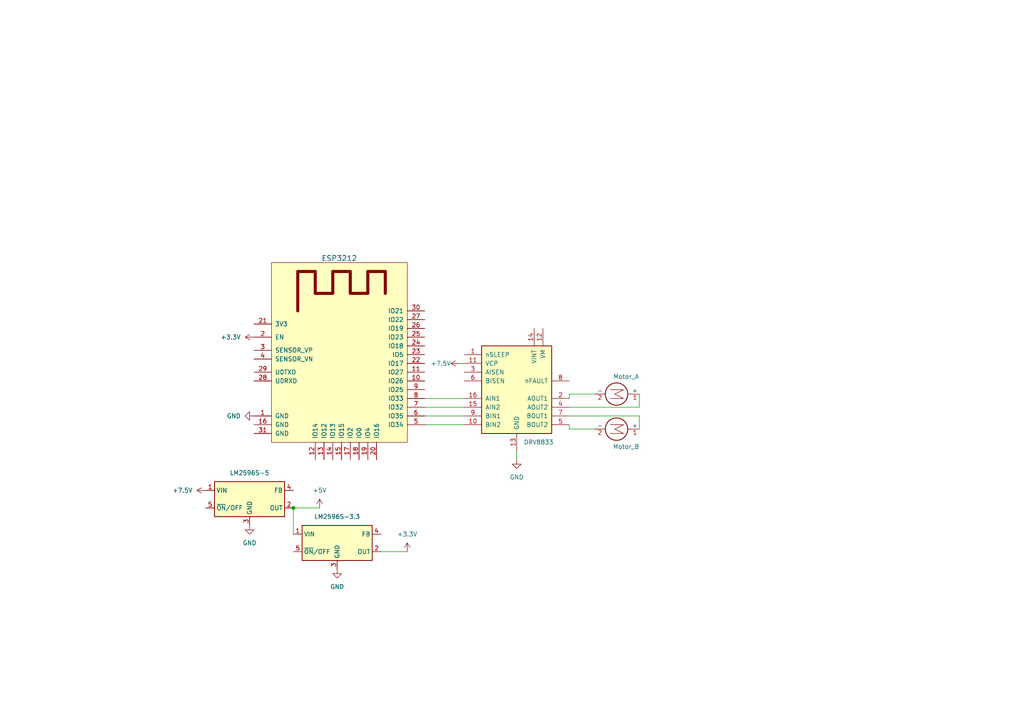
<source format=kicad_sch>
(kicad_sch (version 20211123) (generator eeschema)
  (paper "A4")
  (lib_symbols
    (symbol "Driver_Motor:DRV8833PW" (pin_names (offset 1.016))
      (property "Reference" "U" (at -3.81 16.51 0))
      (property "Value" "DRV8833PW" (at -3.81 13.97 0))
      (symbol "DRV8833PW_0_1"
        (rectangle (start -10.16 12.7) (end 10.16 -12.7) (stroke (width 0.254)) (fill (type background)))
      )
      (symbol "DRV8833PW_1_1"
        (pin input line (at -15.24 10.16 0) (length 5.08) (name "nSLEEP") (number "1"))
        (pin input line (at -15.24 -10.16 0) (length 5.08) (name "BIN2") (number "10"))
        (pin bidirectional line (at -15.24 7.62 0) (length 5.08) (name "VCP") (number "11"))
        (pin power_in line (at 7.62 17.78 270) (length 5.08) (name "VM") (number "12"))
        (pin power_in line (at 0 -17.78 90) (length 5.08) (name "GND") (number "13"))
        (pin power_in line (at 5.08 17.78 270) (length 5.08) (name "VINT") (number "14"))
        (pin input line (at -15.24 -5.08 0) (length 5.08) (name "AIN2") (number "15"))
        (pin input line (at -15.24 -2.54 0) (length 5.08) (name "AIN1") (number "16"))
        (pin power_out line (at 15.24 -2.54 180) (length 5.08) (name "AOUT1") (number "2"))
        (pin bidirectional line (at -15.24 5.08 0) (length 5.08) (name "AISEN") (number "3"))
        (pin power_out line (at 15.24 -5.08 180) (length 5.08) (name "AOUT2") (number "4"))
        (pin power_out line (at 15.24 -10.16 180) (length 5.08) (name "BOUT2") (number "5"))
        (pin bidirectional line (at -15.24 2.54 0) (length 5.08) (name "BISEN") (number "6"))
        (pin power_out line (at 15.24 -7.62 180) (length 5.08) (name "BOUT1") (number "7"))
        (pin open_collector line (at 15.24 2.54 180) (length 5.08) (name "nFAULT") (number "8"))
        (pin input line (at -15.24 -7.62 0) (length 5.08) (name "BIN1") (number "9"))
      )
    )
    (symbol "ESP32-footprints-Shem-Lib:ESP3212" (pin_names (offset 1.016))
      (property "Reference" "U" (at -17.78 31.75 0))
      (property "Value" "ESP3212" (at 12.7 31.75 0))
      (symbol "ESP3212_0_1"
        (rectangle (start -20.32 30.48) (end 19.05 -21.59) (fill (type background)))
        (polyline (pts (xy -12.7 16.51) (xy -12.7 27.94) (xy -7.62 27.94) (xy -7.62 21.59) (xy -2.54 21.59) (xy -2.54 27.94) (xy 2.54 27.94) (xy 2.54 21.59) (xy 7.62 21.59) (xy 7.62 27.94) (xy 12.7 27.94) (xy 12.7 21.59)) (stroke (width 0.889)))
      )
      (symbol "ESP3212_1_1"
        (pin input line (at -25.4 -13.97 0) (length 5.08) (name "GND") (number "1"))
        (pin input line (at 24.13 -3.81 180) (length 5.08) (name "IO26") (number "10"))
        (pin input line (at 24.13 -1.27 180) (length 5.08) (name "IO27") (number "11"))
        (pin input line (at -7.62 -26.67 90) (length 5.08) (name "IO14") (number "12"))
        (pin input line (at -5.08 -26.67 90) (length 5.08) (name "IO12") (number "13"))
        (pin input line (at -2.54 -26.67 90) (length 5.08) (name "IO13") (number "14"))
        (pin input line (at 0 -26.67 90) (length 5.08) (name "IO15") (number "15"))
        (pin input line (at -25.4 -16.51 0) (length 5.08) (name "GND") (number "16"))
        (pin input line (at 2.54 -26.67 90) (length 5.08) (name "IO2") (number "17"))
        (pin input line (at 5.08 -26.67 90) (length 5.08) (name "IO0") (number "18"))
        (pin input line (at 7.62 -26.67 90) (length 5.08) (name "IO4") (number "19"))
        (pin input line (at -25.4 8.89 0) (length 5.08) (name "EN") (number "2"))
        (pin input line (at 10.16 -26.67 90) (length 5.08) (name "IO16") (number "20"))
        (pin input line (at -25.4 12.7 0) (length 5.08) (name "3V3") (number "21"))
        (pin input line (at 24.13 1.27 180) (length 5.08) (name "IO17") (number "22"))
        (pin input line (at 24.13 3.81 180) (length 5.08) (name "IO5") (number "23"))
        (pin input line (at 24.13 6.35 180) (length 5.08) (name "IO18") (number "24"))
        (pin input line (at 24.13 8.89 180) (length 5.08) (name "IO23") (number "25"))
        (pin input line (at 24.13 11.43 180) (length 5.08) (name "IO19") (number "26"))
        (pin input line (at 24.13 13.97 180) (length 5.08) (name "IO22") (number "27"))
        (pin input line (at -25.4 -3.81 0) (length 5.08) (name "U0RXD") (number "28"))
        (pin input line (at -25.4 -1.27 0) (length 5.08) (name "U0TXD") (number "29"))
        (pin input line (at -25.4 5.08 0) (length 5.08) (name "SENSOR_VP") (number "3"))
        (pin input line (at 24.13 16.51 180) (length 5.08) (name "IO21") (number "30"))
        (pin input line (at -25.4 -19.05 0) (length 5.08) (name "GND") (number "31"))
        (pin input line (at -25.4 2.54 0) (length 5.08) (name "SENSOR_VN") (number "4"))
        (pin input line (at 24.13 -16.51 180) (length 5.08) (name "IO34") (number "5"))
        (pin input line (at 24.13 -13.97 180) (length 5.08) (name "IO35") (number "6"))
        (pin input line (at 24.13 -11.43 180) (length 5.08) (name "IO32") (number "7"))
        (pin input line (at 24.13 -8.89 180) (length 5.08) (name "IO33") (number "8"))
        (pin input line (at 24.13 -6.35 180) (length 5.08) (name "IO25") (number "9"))
      )
    )
    (symbol "Motor:Motor_DC" (pin_names (offset 0))
      (property "Reference" "M" (at 2.54 2.54 0))
      (property "Value" "Motor_DC" (at 2.54 -5.08 0))
      (symbol "Motor_DC_0_0"
        (polyline (pts (xy -1.27 -3.302) (xy -1.27 0.508) (xy 0 -2.032) (xy 1.27 0.508) (xy 1.27 -3.302)))
      )
      (symbol "Motor_DC_0_1"
        (circle (center 0 -1.524) (radius 3.2512) (stroke (width 0.254)))
        (polyline (pts (xy 0 -7.62) (xy 0 -7.112)))
        (polyline (pts (xy 0 -4.7752) (xy 0 -5.1816)))
        (polyline (pts (xy 0 1.7272) (xy 0 2.0828)))
        (polyline (pts (xy 0 2.032) (xy 0 2.54)))
      )
      (symbol "Motor_DC_1_1"
        (pin passive line (at 0 5.08 270) (length 2.54) (name "+") (number "1"))
        (pin passive line (at 0 -7.62 90) (length 2.54) (name "-") (number "2"))
      )
    )
    (symbol "Regulator_Switching:LM2596S-3.3"
      (property "Reference" "U" (at -10.16 6.35 0))
      (property "Value" "LM2596S-3.3" (at 0 6.35 0))
      (symbol "LM2596S-3.3_0_1"
        (rectangle (start -10.16 5.08) (end 10.16 -5.08) (stroke (width 0.254)) (fill (type background)))
      )
      (symbol "LM2596S-3.3_1_1"
        (pin power_in line (at -12.7 2.54 0) (length 2.54) (name "VIN") (number "1"))
        (pin output line (at 12.7 -2.54 180) (length 2.54) (name "OUT") (number "2"))
        (pin power_in line (at 0 -7.62 90) (length 2.54) (name "GND") (number "3"))
        (pin input line (at 12.7 2.54 180) (length 2.54) (name "FB") (number "4"))
        (pin input line (at -12.7 -2.54 0) (length 2.54) (name "~{ON}/OFF") (number "5"))
      )
    )
    (symbol "Regulator_Switching:LM2596S-5"
      (property "Reference" "U" (at -10.16 6.35 0))
      (property "Value" "LM2596S-5" (at 0 6.35 0))
      (symbol "LM2596S-5_0_1"
        (rectangle (start -10.16 5.08) (end 10.16 -5.08) (stroke (width 0.254)) (fill (type background)))
      )
      (symbol "LM2596S-5_1_1"
        (pin power_in line (at -12.7 2.54 0) (length 2.54) (name "VIN") (number "1"))
        (pin output line (at 12.7 -2.54 180) (length 2.54) (name "OUT") (number "2"))
        (pin power_in line (at 0 -7.62 90) (length 2.54) (name "GND") (number "3"))
        (pin input line (at 12.7 2.54 180) (length 2.54) (name "FB") (number "4"))
        (pin input line (at -12.7 -2.54 0) (length 2.54) (name "~{ON}/OFF") (number "5"))
      )
    )
    (symbol "power:+3.3V" (power) (pin_names (offset 0))
      (property "Value" "+3.3V" (at 0 3.556 0))
      (symbol "+3.3V_0_1"
        (polyline (pts (xy -0.762 1.27) (xy 0 2.54)))
        (polyline (pts (xy 0 0) (xy 0 2.54)))
        (polyline (pts (xy 0 2.54) (xy 0.762 1.27)))
      )
      (symbol "+3.3V_1_1"
        (pin power_in line (at 0 0 90) (length 0) hide (name "+3.3V") (number "1"))
      )
    )
    (symbol "power:+5V" (power) (pin_names (offset 0))
      (property "Value" "+5V" (at 0 3.556 0))
      (symbol "+5V_0_1"
        (polyline (pts (xy -0.762 1.27) (xy 0 2.54)))
        (polyline (pts (xy 0 0) (xy 0 2.54)))
        (polyline (pts (xy 0 2.54) (xy 0.762 1.27)))
      )
      (symbol "+5V_1_1"
        (pin power_in line (at 0 0 90) (length 0) hide (name "+5V") (number "1"))
      )
    )
    (symbol "power:+7.5V" (power) (pin_names (offset 0))
      (property "Value" "+7.5V" (at 0 3.556 0))
      (symbol "+7.5V_0_1"
        (polyline (pts (xy -0.762 1.27) (xy 0 2.54)))
        (polyline (pts (xy 0 0) (xy 0 2.54)))
        (polyline (pts (xy 0 2.54) (xy 0.762 1.27)))
      )
      (symbol "+7.5V_1_1"
        (pin power_in line (at 0 0 90) (length 0) hide (name "+7.5V") (number "1"))
      )
    )
    (symbol "power:GND" (power) (pin_names (offset 0))
      (property "Value" "GND" (at 0 -3.81 0))
      (symbol "GND_0_1"
        (polyline (pts (xy 0 0) (xy 0 -1.27) (xy 1.27 -1.27) (xy 0 -2.54) (xy -1.27 -1.27) (xy 0 -1.27)))
      )
      (symbol "GND_1_1"
        (pin power_in line (at 0 0 270) (length 0) hide (name "GND") (number "1"))
      )
    )
  )
  (junction (at 85.09 147.32))
  (wire (pts (xy 165.1 118.11) (xy 185.42 118.11)))
  (wire (pts (xy 123.19 118.11) (xy 134.62 118.11)))
  (wire (pts (xy 165.1 124.46) (xy 172.72 124.46)))
  (wire (pts (xy 185.42 114.3) (xy 185.42 118.11)))
  (wire (pts (xy 185.42 120.65) (xy 185.42 124.46)))
  (wire (pts (xy 134.62 105.41) (xy 133.35 105.41)))
  (wire (pts (xy 165.1 120.65) (xy 185.42 120.65)))
  (wire (pts (xy 123.19 123.19) (xy 134.62 123.19)))
  (wire (pts (xy 123.19 120.65) (xy 134.62 120.65)))
  (wire (pts (xy 85.09 147.32) (xy 85.09 154.94)))
  (wire (pts (xy 149.86 133.35) (xy 149.86 130.81)))
  (wire (pts (xy 165.1 114.3) (xy 172.72 114.3)))
  (wire (pts (xy 110.49 160.02) (xy 118.11 160.02)))
  (wire (pts (xy 123.19 115.57) (xy 134.62 115.57)))
  (wire (pts (xy 165.1 123.19) (xy 165.1 124.46)))
  (wire (pts (xy 165.1 115.57) (xy 165.1 114.3)))
  (wire (pts (xy 92.71 147.32) (xy 85.09 147.32)))
  (symbol (lib_id "power:+5V") (at 92.71 147.32 0) (unit 1)
    (property "Reference" "#PWR0107" (effects hide))
    (property "Value" "+5V" (at 92.71 142.24 0))
  )
  (symbol (lib_id "Regulator_Switching:LM2596S-3.3") (at 97.79 157.48 0) (unit 1)
    (property "Reference" "U2" (effects hide))
    (property "Value" "LM2596S-3.3" (at 97.79 149.86 0))
    (property "Footprint" "Package_TO_SOT_SMD:TO-263-5_TabPin3" (effects hide))
    (property "Datasheet" "http://www.ti.com/lit/ds/symlink/lm2596.pdf" (effects hide))
  )
  (symbol (lib_id "power:GND") (at 149.86 133.35 0) (unit 1)
    (property "Reference" "#PWR0104" (effects hide))
    (property "Value" "GND" (at 149.86 138.43 0))
  )
  (symbol (lib_id "Driver_Motor:DRV8833PW") (at 149.86 113.03 0) (unit 1)
    (property "Reference" "U4" (effects hide))
    (property "Value" "DRV8833" (at 151.8794 128.27 0) (effects (justify left)))
    (property "Footprint" "Package_SO:TSSOP-16_4.4x5mm_P0.65mm" (effects hide))
    (property "Datasheet" "http://www.ti.com/lit/ds/symlink/drv8833.pdf" (effects hide))
  )
  (symbol (lib_id "Motor:Motor_DC") (at 180.34 124.46 270) (unit 1)
    (property "Reference" "M2" (effects hide))
    (property "Value" "Motor_B" (at 181.61 129.54 90))
  )
  (symbol (lib_id "power:+7.5V") (at 59.69 142.24 90) (unit 1)
    (property "Reference" "#PWR0106" (effects hide))
    (property "Value" "+7.5V" (at 55.88 142.2399 90) (effects (justify left)))
  )
  (symbol (lib_id "power:+7.5V") (at 133.35 105.41 90) (unit 1)
    (property "Reference" "#PWR0101" (effects hide))
    (property "Value" "+7.5V" (at 130.81 105.41 90) (effects (justify left)))
  )
  (symbol (lib_id "Motor:Motor_DC") (at 180.34 114.3 270) (unit 1)
    (property "Reference" "M1" (effects hide))
    (property "Value" "Motor_A" (at 181.61 109.22 90))
  )
  (symbol (lib_id "Regulator_Switching:LM2596S-5") (at 72.39 144.78 0) (unit 1)
    (property "Reference" "U1" (effects hide))
    (property "Value" "LM2596S-5" (at 72.39 137.16 0))
    (property "Footprint" "Package_TO_SOT_SMD:TO-263-5_TabPin3" (effects hide))
    (property "Datasheet" "http://www.ti.com/lit/ds/symlink/lm2596.pdf" (effects hide))
  )
  (symbol (lib_id "power:GND") (at 97.79 165.1 0) (unit 1)
    (property "Reference" "#PWR0108" (effects hide))
    (property "Value" "GND" (at 97.79 170.18 0))
  )
  (symbol (lib_id "power:+3.3V") (at 118.11 160.02 0) (unit 1)
    (property "Reference" "#PWR0109" (effects hide))
    (property "Value" "+3.3V" (at 118.11 154.94 0))
  )
  (symbol (lib_id "power:GND") (at 72.39 152.4 0) (unit 1)
    (property "Reference" "#PWR0105" (effects hide))
    (property "Value" "GND" (at 72.39 157.48 0))
  )
  (symbol (lib_id "ESP32-footprints-Shem-Lib:ESP3212") (at 99.06 106.68 0) (unit 1)
    (property "Reference" "U3" (effects hide))
    (property "Value" "ESP3212" (at 98.425 74.93 0) (effects (font (size 1.524 1.524))))
    (property "Footprint" "ESP32-footprints-Lib:ESP3212" (effects hide))
  )
  (symbol (lib_id "power:+3.3V") (at 73.66 97.79 90) (unit 1)
    (property "Reference" "#PWR0102" (effects hide))
    (property "Value" "+3.3V" (at 69.85 97.7899 90) (effects (justify left)))
  )
  (symbol (lib_id "power:GND") (at 73.66 120.65 270) (unit 1)
    (property "Reference" "#PWR0103" (effects hide))
    (property "Value" "GND" (at 69.85 120.6499 90) (effects (justify right)))
  )
)
</source>
